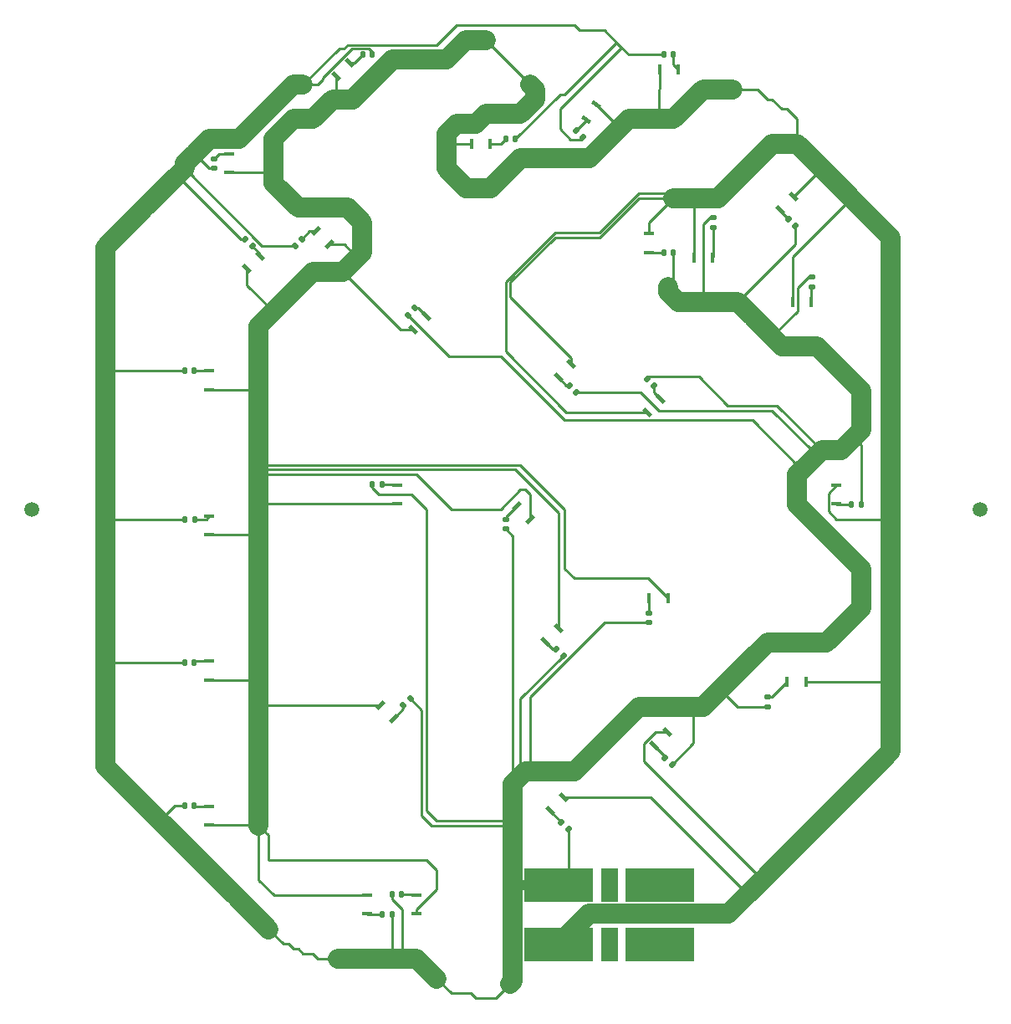
<source format=gbl>
G04 #@! TF.GenerationSoftware,KiCad,Pcbnew,7.0.9-unknown-1000.20231106gitacd7d5a.fc37*
G04 #@! TF.CreationDate,2023-11-18T18:08:37-08:00*
G04 #@! TF.ProjectId,strange-parts-sao,73747261-6e67-4652-9d70-617274732d73,rev?*
G04 #@! TF.SameCoordinates,Original*
G04 #@! TF.FileFunction,Copper,L2,Bot*
G04 #@! TF.FilePolarity,Positive*
%FSLAX46Y46*%
G04 Gerber Fmt 4.6, Leading zero omitted, Abs format (unit mm)*
G04 Created by KiCad (PCBNEW 7.0.9-unknown-1000.20231106gitacd7d5a.fc37) date 2023-11-18 18:08:37*
%MOMM*%
%LPD*%
G01*
G04 APERTURE LIST*
G04 Aperture macros list*
%AMRoundRect*
0 Rectangle with rounded corners*
0 $1 Rounding radius*
0 $2 $3 $4 $5 $6 $7 $8 $9 X,Y pos of 4 corners*
0 Add a 4 corners polygon primitive as box body*
4,1,4,$2,$3,$4,$5,$6,$7,$8,$9,$2,$3,0*
0 Add four circle primitives for the rounded corners*
1,1,$1+$1,$2,$3*
1,1,$1+$1,$4,$5*
1,1,$1+$1,$6,$7*
1,1,$1+$1,$8,$9*
0 Add four rect primitives between the rounded corners*
20,1,$1+$1,$2,$3,$4,$5,0*
20,1,$1+$1,$4,$5,$6,$7,0*
20,1,$1+$1,$6,$7,$8,$9,0*
20,1,$1+$1,$8,$9,$2,$3,0*%
%AMRotRect*
0 Rectangle, with rotation*
0 The origin of the aperture is its center*
0 $1 length*
0 $2 width*
0 $3 Rotation angle, in degrees counterclockwise*
0 Add horizontal line*
21,1,$1,$2,0,0,$3*%
G04 Aperture macros list end*
G04 #@! TA.AperFunction,SMDPad,CuDef*
%ADD10R,1.000000X0.400000*%
G04 #@! TD*
G04 #@! TA.AperFunction,SMDPad,CuDef*
%ADD11RoundRect,0.147500X0.226274X0.017678X0.017678X0.226274X-0.226274X-0.017678X-0.017678X-0.226274X0*%
G04 #@! TD*
G04 #@! TA.AperFunction,SMDPad,CuDef*
%ADD12RotRect,1.000000X0.400000X315.000000*%
G04 #@! TD*
G04 #@! TA.AperFunction,SMDPad,CuDef*
%ADD13RotRect,1.000000X0.400000X145.000000*%
G04 #@! TD*
G04 #@! TA.AperFunction,SMDPad,CuDef*
%ADD14RotRect,1.000000X0.400000X135.000000*%
G04 #@! TD*
G04 #@! TA.AperFunction,SMDPad,CuDef*
%ADD15RoundRect,0.147500X0.147500X0.172500X-0.147500X0.172500X-0.147500X-0.172500X0.147500X-0.172500X0*%
G04 #@! TD*
G04 #@! TA.AperFunction,SMDPad,CuDef*
%ADD16R,6.908800X3.454400*%
G04 #@! TD*
G04 #@! TA.AperFunction,SMDPad,CuDef*
%ADD17R,1.727200X3.454400*%
G04 #@! TD*
G04 #@! TA.AperFunction,SMDPad,CuDef*
%ADD18RoundRect,0.147500X-0.226274X-0.017678X-0.017678X-0.226274X0.226274X0.017678X0.017678X0.226274X0*%
G04 #@! TD*
G04 #@! TA.AperFunction,SMDPad,CuDef*
%ADD19RoundRect,0.147500X-0.172500X0.147500X-0.172500X-0.147500X0.172500X-0.147500X0.172500X0.147500X0*%
G04 #@! TD*
G04 #@! TA.AperFunction,SMDPad,CuDef*
%ADD20RoundRect,0.147500X-0.147500X-0.172500X0.147500X-0.172500X0.147500X0.172500X-0.147500X0.172500X0*%
G04 #@! TD*
G04 #@! TA.AperFunction,SMDPad,CuDef*
%ADD21RoundRect,0.147500X0.172500X-0.147500X0.172500X0.147500X-0.172500X0.147500X-0.172500X-0.147500X0*%
G04 #@! TD*
G04 #@! TA.AperFunction,SMDPad,CuDef*
%ADD22R,0.400000X1.000000*%
G04 #@! TD*
G04 #@! TA.AperFunction,SMDPad,CuDef*
%ADD23RotRect,1.000000X0.400000X45.000000*%
G04 #@! TD*
G04 #@! TA.AperFunction,SMDPad,CuDef*
%ADD24RoundRect,0.147500X-0.017678X0.226274X-0.226274X0.017678X0.017678X-0.226274X0.226274X-0.017678X0*%
G04 #@! TD*
G04 #@! TA.AperFunction,SMDPad,CuDef*
%ADD25RoundRect,0.147500X0.017678X-0.226274X0.226274X-0.017678X-0.017678X0.226274X-0.226274X0.017678X0*%
G04 #@! TD*
G04 #@! TA.AperFunction,SMDPad,CuDef*
%ADD26RotRect,1.000000X0.400000X225.000000*%
G04 #@! TD*
G04 #@! TA.AperFunction,ViaPad*
%ADD27C,1.500000*%
G04 #@! TD*
G04 #@! TA.AperFunction,Conductor*
%ADD28C,0.250000*%
G04 #@! TD*
G04 #@! TA.AperFunction,Conductor*
%ADD29C,2.000000*%
G04 #@! TD*
G04 #@! TA.AperFunction,Conductor*
%ADD30C,1.000000*%
G04 #@! TD*
G04 APERTURE END LIST*
D10*
G04 #@! TO.P,D10,1,K*
G04 #@! TO.N,GND*
X133500000Y-97550000D03*
G04 #@! TO.P,D10,2,A*
G04 #@! TO.N,Net-(D10-A)*
X133500000Y-99450000D03*
G04 #@! TD*
G04 #@! TO.P,D1,1,K*
G04 #@! TO.N,GND*
X91000000Y-140950000D03*
G04 #@! TO.P,D1,2,A*
G04 #@! TO.N,Net-(D1-A)*
X91000000Y-139050000D03*
G04 #@! TD*
G04 #@! TO.P,D12,1,K*
G04 #@! TO.N,GND*
X89000000Y-99450000D03*
G04 #@! TO.P,D12,2,A*
G04 #@! TO.N,Net-(D12-A)*
X89000000Y-97550000D03*
G04 #@! TD*
D11*
G04 #@! TO.P,R4,1*
G04 #@! TO.N,+3.3V*
X116842947Y-125842947D03*
G04 #@! TO.P,R4,2*
G04 #@! TO.N,Net-(D4-A)*
X116157053Y-125157053D03*
G04 #@! TD*
D12*
G04 #@! TO.P,D22,1,K*
G04 #@! TO.N,GND*
X73828249Y-75671751D03*
G04 #@! TO.P,D22,2,A*
G04 #@! TO.N,Net-(D22-A)*
X75171751Y-74328249D03*
G04 #@! TD*
D13*
G04 #@! TO.P,D17,1,K*
G04 #@! TO.N,GND*
X109216649Y-59050055D03*
G04 #@! TO.P,D17,2,A*
G04 #@! TO.N,Net-(D17-A)*
X108126853Y-60606443D03*
G04 #@! TD*
D14*
G04 #@! TO.P,D9,1,K*
G04 #@! TO.N,GND*
X105378858Y-112035356D03*
G04 #@! TO.P,D9,2,A*
G04 #@! TO.N,Net-(D9-A)*
X104035356Y-113378858D03*
G04 #@! TD*
D10*
G04 #@! TO.P,D2,1,K*
G04 #@! TO.N,GND*
X86000000Y-139050000D03*
G04 #@! TO.P,D2,2,A*
G04 #@! TO.N,Net-(D2-A)*
X86000000Y-140950000D03*
G04 #@! TD*
D15*
G04 #@! TO.P,R2,1*
G04 #@! TO.N,+3.3V*
X88485000Y-141000000D03*
G04 #@! TO.P,R2,2*
G04 #@! TO.N,Net-(D2-A)*
X87515000Y-141000000D03*
G04 #@! TD*
D11*
G04 #@! TO.P,R17,1*
G04 #@! TO.N,+3.3V*
X107842947Y-62342947D03*
G04 #@! TO.P,R17,2*
G04 #@! TO.N,Net-(D17-A)*
X107157053Y-61657053D03*
G04 #@! TD*
D10*
G04 #@! TO.P,D14,1,K*
G04 #@! TO.N,GND*
X114500000Y-72100000D03*
G04 #@! TO.P,D14,2,A*
G04 #@! TO.N,Net-(D14-A)*
X114500000Y-74000000D03*
G04 #@! TD*
D11*
G04 #@! TO.P,R13,1*
G04 #@! TO.N,+3.3V*
X129342947Y-71342947D03*
G04 #@! TO.P,R13,2*
G04 #@! TO.N,Net-(D13-A)*
X128657053Y-70657053D03*
G04 #@! TD*
D16*
G04 #@! TO.P,X1,1,VCC*
G04 #@! TO.N,+3.3V*
X105369200Y-138022800D03*
G04 #@! TO.P,X1,2,GND*
G04 #@! TO.N,GND*
X105369200Y-144017200D03*
D17*
G04 #@! TO.P,X1,3,SDA*
G04 #@! TO.N,unconnected-(X1-SDA-Pad3)*
X110500000Y-138022800D03*
G04 #@! TO.P,X1,4,SCL*
G04 #@! TO.N,unconnected-(X1-SCL-Pad4)*
X110500000Y-144017200D03*
D16*
G04 #@! TO.P,X1,5,GPIO1*
G04 #@! TO.N,unconnected-(X1-GPIO1-Pad5)*
X115630800Y-138022800D03*
G04 #@! TO.P,X1,6,GPIO2*
G04 #@! TO.N,unconnected-(X1-GPIO2-Pad6)*
X115630800Y-144017200D03*
G04 #@! TD*
D10*
G04 #@! TO.P,D18,1,K*
G04 #@! TO.N,GND*
X72000000Y-65899999D03*
G04 #@! TO.P,D18,2,A*
G04 #@! TO.N,Net-(D18-A)*
X72000000Y-63999999D03*
G04 #@! TD*
D14*
G04 #@! TO.P,D13,1,K*
G04 #@! TO.N,GND*
X129171751Y-68328249D03*
G04 #@! TO.P,D13,2,A*
G04 #@! TO.N,Net-(D13-A)*
X127828249Y-69671751D03*
G04 #@! TD*
D18*
G04 #@! TO.P,R22,1*
G04 #@! TO.N,+3.3V*
X73657053Y-72657053D03*
G04 #@! TO.P,R22,2*
G04 #@! TO.N,Net-(D22-A)*
X74342947Y-73342947D03*
G04 #@! TD*
D19*
G04 #@! TO.P,R24,1*
G04 #@! TO.N,+3.3V*
X131000000Y-76515000D03*
G04 #@! TO.P,R24,2*
G04 #@! TO.N,Net-(D24-A)*
X131000000Y-77485000D03*
G04 #@! TD*
D10*
G04 #@! TO.P,D7,1,K*
G04 #@! TO.N,GND*
X69970000Y-131950000D03*
G04 #@! TO.P,D7,2,A*
G04 #@! TO.N,Net-(D7-A)*
X69970000Y-130050000D03*
G04 #@! TD*
D19*
G04 #@! TO.P,R20,1*
G04 #@! TO.N,+3.3V*
X121000000Y-70515000D03*
G04 #@! TO.P,R20,2*
G04 #@! TO.N,Net-(D20-A)*
X121000000Y-71485000D03*
G04 #@! TD*
D20*
G04 #@! TO.P,R27,1*
G04 #@! TO.N,+3.3V*
X67515000Y-115500000D03*
G04 #@! TO.P,R27,2*
G04 #@! TO.N,Net-(D27-A)*
X68485000Y-115500000D03*
G04 #@! TD*
D14*
G04 #@! TO.P,D19,1,K*
G04 #@! TO.N,GND*
X106671751Y-85328249D03*
G04 #@! TO.P,D19,2,A*
G04 #@! TO.N,Net-(D19-A)*
X105328249Y-86671751D03*
G04 #@! TD*
D10*
G04 #@! TO.P,D27,1,K*
G04 #@! TO.N,GND*
X70000000Y-117266665D03*
G04 #@! TO.P,D27,2,A*
G04 #@! TO.N,Net-(D27-A)*
X70000000Y-115366665D03*
G04 #@! TD*
D21*
G04 #@! TO.P,R25,1*
G04 #@! TO.N,+3.3V*
X100000000Y-101985000D03*
G04 #@! TO.P,R25,2*
G04 #@! TO.N,Net-(D25-A)*
X100000000Y-101015000D03*
G04 #@! TD*
D15*
G04 #@! TO.P,R10,1*
G04 #@! TO.N,+3.3V*
X135985000Y-99500000D03*
G04 #@! TO.P,R10,2*
G04 #@! TO.N,Net-(D10-A)*
X135015000Y-99500000D03*
G04 #@! TD*
D11*
G04 #@! TO.P,R3,1*
G04 #@! TO.N,+3.3V*
X106342947Y-132342947D03*
G04 #@! TO.P,R3,2*
G04 #@! TO.N,Net-(D3-A)*
X105657053Y-131657053D03*
G04 #@! TD*
D15*
G04 #@! TO.P,R14,1*
G04 #@! TO.N,+3.3V*
X117000000Y-74000000D03*
G04 #@! TO.P,R14,2*
G04 #@! TO.N,Net-(D14-A)*
X116030000Y-74000000D03*
G04 #@! TD*
D20*
G04 #@! TO.P,R26,1*
G04 #@! TO.N,+3.3V*
X67530000Y-101000000D03*
G04 #@! TO.P,R26,2*
G04 #@! TO.N,Net-(D26-A)*
X68500000Y-101000000D03*
G04 #@! TD*
G04 #@! TO.P,R11,1*
G04 #@! TO.N,+3.3V*
X67500000Y-86000000D03*
G04 #@! TO.P,R11,2*
G04 #@! TO.N,Net-(D11-A)*
X68470000Y-86000000D03*
G04 #@! TD*
D15*
G04 #@! TO.P,R21,1*
G04 #@! TO.N,+3.3V*
X100985000Y-62500000D03*
G04 #@! TO.P,R21,2*
G04 #@! TO.N,Net-(D21-A)*
X100015000Y-62500000D03*
G04 #@! TD*
D14*
G04 #@! TO.P,D3,1,K*
G04 #@! TO.N,GND*
X105843502Y-129156498D03*
G04 #@! TO.P,D3,2,A*
G04 #@! TO.N,Net-(D3-A)*
X104500000Y-130500000D03*
G04 #@! TD*
D22*
G04 #@! TO.P,D20,1,K*
G04 #@! TO.N,GND*
X119050000Y-74500000D03*
G04 #@! TO.P,D20,2,A*
G04 #@! TO.N,Net-(D20-A)*
X120950000Y-74500000D03*
G04 #@! TD*
G04 #@! TO.P,D21,1,K*
G04 #@! TO.N,GND*
X96550000Y-63000000D03*
G04 #@! TO.P,D21,2,A*
G04 #@! TO.N,Net-(D21-A)*
X98450000Y-63000000D03*
G04 #@! TD*
D10*
G04 #@! TO.P,D11,1,K*
G04 #@! TO.N,GND*
X69985000Y-87899999D03*
G04 #@! TO.P,D11,2,A*
G04 #@! TO.N,Net-(D11-A)*
X69985000Y-85999999D03*
G04 #@! TD*
D12*
G04 #@! TO.P,D16,1,K*
G04 #@! TO.N,GND*
X90656498Y-81843502D03*
G04 #@! TO.P,D16,2,A*
G04 #@! TO.N,Net-(D16-A)*
X92000000Y-80500000D03*
G04 #@! TD*
D20*
G04 #@! TO.P,R1,1*
G04 #@! TO.N,+3.3V*
X88515000Y-139000000D03*
G04 #@! TO.P,R1,2*
G04 #@! TO.N,Net-(D1-A)*
X89485000Y-139000000D03*
G04 #@! TD*
G04 #@! TO.P,R7,1*
G04 #@! TO.N,+3.3V*
X67500000Y-130000000D03*
G04 #@! TO.P,R7,2*
G04 #@! TO.N,Net-(D7-A)*
X68470000Y-130000000D03*
G04 #@! TD*
D23*
G04 #@! TO.P,D29,1,K*
G04 #@! TO.N,GND*
X82171751Y-73171751D03*
G04 #@! TO.P,D29,2,A*
G04 #@! TO.N,Net-(D29-A)*
X80828249Y-71828249D03*
G04 #@! TD*
G04 #@! TO.P,D25,1,K*
G04 #@! TO.N,GND*
X102500000Y-101000000D03*
G04 #@! TO.P,D25,2,A*
G04 #@! TO.N,Net-(D25-A)*
X101156498Y-99656498D03*
G04 #@! TD*
D24*
G04 #@! TO.P,R6,1*
G04 #@! TO.N,+3.3V*
X90342947Y-119157053D03*
G04 #@! TO.P,R6,2*
G04 #@! TO.N,Net-(D6-A)*
X89657053Y-119842947D03*
G04 #@! TD*
D20*
G04 #@! TO.P,R15,1*
G04 #@! TO.N,+3.3V*
X116015000Y-54000000D03*
G04 #@! TO.P,R15,2*
G04 #@! TO.N,Net-(D15-A)*
X116985000Y-54000000D03*
G04 #@! TD*
D21*
G04 #@! TO.P,R18,1*
G04 #@! TO.N,+3.3V*
X70500000Y-65485000D03*
G04 #@! TO.P,R18,2*
G04 #@! TO.N,Net-(D18-A)*
X70500000Y-64515000D03*
G04 #@! TD*
D12*
G04 #@! TO.P,D23,1,K*
G04 #@! TO.N,GND*
X114328249Y-90171751D03*
G04 #@! TO.P,D23,2,A*
G04 #@! TO.N,Net-(D23-A)*
X115671751Y-88828249D03*
G04 #@! TD*
D15*
G04 #@! TO.P,R28,1*
G04 #@! TO.N,+3.3V*
X86485000Y-54000000D03*
G04 #@! TO.P,R28,2*
G04 #@! TO.N,Net-(D28-A)*
X85515000Y-54000000D03*
G04 #@! TD*
D25*
G04 #@! TO.P,R16,1*
G04 #@! TO.N,+3.3V*
X90157053Y-80342947D03*
G04 #@! TO.P,R16,2*
G04 #@! TO.N,Net-(D16-A)*
X90842947Y-79657053D03*
G04 #@! TD*
D10*
G04 #@! TO.P,D26,1,K*
G04 #@! TO.N,GND*
X70000000Y-102583332D03*
G04 #@! TO.P,D26,2,A*
G04 #@! TO.N,Net-(D26-A)*
X70000000Y-100683332D03*
G04 #@! TD*
D22*
G04 #@! TO.P,D24,1,K*
G04 #@! TO.N,GND*
X129050000Y-79000000D03*
G04 #@! TO.P,D24,2,A*
G04 #@! TO.N,Net-(D24-A)*
X130950000Y-79000000D03*
G04 #@! TD*
D21*
G04 #@! TO.P,R5,1*
G04 #@! TO.N,+3.3V*
X126500000Y-119985000D03*
G04 #@! TO.P,R5,2*
G04 #@! TO.N,Net-(D5-A)*
X126500000Y-119015000D03*
G04 #@! TD*
D12*
G04 #@! TO.P,D28,1,K*
G04 #@! TO.N,GND*
X82828249Y-56171751D03*
G04 #@! TO.P,D28,2,A*
G04 #@! TO.N,Net-(D28-A)*
X84171751Y-54828249D03*
G04 #@! TD*
D22*
G04 #@! TO.P,D15,1,K*
G04 #@! TO.N,GND*
X115600001Y-55500000D03*
G04 #@! TO.P,D15,2,A*
G04 #@! TO.N,Net-(D15-A)*
X117500001Y-55500000D03*
G04 #@! TD*
D18*
G04 #@! TO.P,R23,1*
G04 #@! TO.N,+3.3V*
X114314106Y-86814106D03*
G04 #@! TO.P,R23,2*
G04 #@! TO.N,Net-(D23-A)*
X115000000Y-87500000D03*
G04 #@! TD*
D11*
G04 #@! TO.P,R9,1*
G04 #@! TO.N,+3.3V*
X105842947Y-114842947D03*
G04 #@! TO.P,R9,2*
G04 #@! TO.N,Net-(D9-A)*
X105157053Y-114157053D03*
G04 #@! TD*
D22*
G04 #@! TO.P,D5,1,K*
G04 #@! TO.N,GND*
X130400000Y-117500000D03*
G04 #@! TO.P,D5,2,A*
G04 #@! TO.N,Net-(D5-A)*
X128500000Y-117500000D03*
G04 #@! TD*
D25*
G04 #@! TO.P,R29,1*
G04 #@! TO.N,+3.3V*
X78657053Y-73342947D03*
G04 #@! TO.P,R29,2*
G04 #@! TO.N,Net-(D29-A)*
X79342947Y-72657053D03*
G04 #@! TD*
D22*
G04 #@! TO.P,D8,1,K*
G04 #@! TO.N,GND*
X116450000Y-109000000D03*
G04 #@! TO.P,D8,2,A*
G04 #@! TO.N,Net-(D8-A)*
X114550000Y-109000000D03*
G04 #@! TD*
D21*
G04 #@! TO.P,R8,1*
G04 #@! TO.N,+3.3V*
X114500000Y-111485000D03*
G04 #@! TO.P,R8,2*
G04 #@! TO.N,Net-(D8-A)*
X114500000Y-110515000D03*
G04 #@! TD*
D11*
G04 #@! TO.P,R19,1*
G04 #@! TO.N,+3.3V*
X107185894Y-88185894D03*
G04 #@! TO.P,R19,2*
G04 #@! TO.N,Net-(D19-A)*
X106500000Y-87500000D03*
G04 #@! TD*
D14*
G04 #@! TO.P,D4,1,K*
G04 #@! TO.N,GND*
X116378858Y-122535356D03*
G04 #@! TO.P,D4,2,A*
G04 #@! TO.N,Net-(D4-A)*
X115035356Y-123878858D03*
G04 #@! TD*
D26*
G04 #@! TO.P,D6,1,K*
G04 #@! TO.N,GND*
X87328249Y-119828249D03*
G04 #@! TO.P,D6,2,A*
G04 #@! TO.N,Net-(D6-A)*
X88671751Y-121171751D03*
G04 #@! TD*
D20*
G04 #@! TO.P,R12,1*
G04 #@! TO.N,+3.3V*
X86515000Y-97500000D03*
G04 #@! TO.P,R12,2*
G04 #@! TO.N,Net-(D12-A)*
X87485000Y-97500000D03*
G04 #@! TD*
D27*
G04 #@! TO.N,*
X52000000Y-100000000D03*
X148000000Y-100000000D03*
G04 #@! TD*
D28*
G04 #@! TO.N,GND*
X125500000Y-57500000D02*
X123000000Y-57500000D01*
X91000000Y-140950000D02*
X91000000Y-140500000D01*
D29*
X75000000Y-81500000D02*
X75000000Y-88000000D01*
X117000000Y-60500000D02*
X115000000Y-60500000D01*
D28*
X129050000Y-74450000D02*
X135000000Y-68500000D01*
X106000000Y-100000000D02*
X101500000Y-95500000D01*
X129500000Y-63000000D02*
X129500000Y-60500000D01*
X76550000Y-139050000D02*
X75000000Y-137500000D01*
D29*
X103000000Y-58500000D02*
X103000000Y-57500000D01*
X127000000Y-63000000D02*
X121500000Y-68500000D01*
X85000000Y-74500000D02*
X83500000Y-76000000D01*
D28*
X101500000Y-98000000D02*
X99500000Y-100000000D01*
X109500000Y-72500000D02*
X113500000Y-68500000D01*
X89000000Y-99450000D02*
X75050000Y-99450000D01*
X114500000Y-71000000D02*
X117000000Y-68500000D01*
D29*
X77000000Y-67500000D02*
X79000000Y-69500000D01*
D28*
X114000000Y-125500000D02*
X126000000Y-137500000D01*
D29*
X135000000Y-68500000D02*
X132000000Y-65500000D01*
X94000000Y-65500000D02*
X94000000Y-63000000D01*
D28*
X70000000Y-102583332D02*
X74916668Y-102583332D01*
X114450000Y-107000000D02*
X107000000Y-107000000D01*
D29*
X97000000Y-61000000D02*
X98000000Y-60000000D01*
X122550000Y-140950000D02*
X124500000Y-139000000D01*
D28*
X106671751Y-84671751D02*
X100500000Y-78500000D01*
D29*
X76500000Y-64000000D02*
X76500000Y-65500000D01*
X139000000Y-72500000D02*
X135000000Y-68500000D01*
D28*
X115500000Y-60000000D02*
X115000000Y-60500000D01*
X93000000Y-138500000D02*
X93000000Y-136500000D01*
X132675000Y-100175000D02*
X133500000Y-101000000D01*
X106000000Y-106000000D02*
X106000000Y-100000000D01*
X75171751Y-119828249D02*
X75000000Y-120000000D01*
X100000000Y-77000000D02*
X105000000Y-72000000D01*
D29*
X139000000Y-124500000D02*
X139000000Y-117000000D01*
X120000000Y-57500000D02*
X117000000Y-60500000D01*
X115000000Y-60500000D02*
X112500000Y-60500000D01*
D28*
X87328249Y-119828249D02*
X75171751Y-119828249D01*
X105000000Y-72000000D02*
X109500000Y-72000000D01*
D29*
X101500000Y-60000000D02*
X103000000Y-58500000D01*
D28*
X70000000Y-117266665D02*
X74733335Y-117266665D01*
X115600001Y-55500000D02*
X115600001Y-57399999D01*
D29*
X108500000Y-64500000D02*
X101500000Y-64500000D01*
D28*
X126500000Y-58500000D02*
X125500000Y-57500000D01*
X105000000Y-72500000D02*
X109500000Y-72500000D01*
X106671751Y-85328249D02*
X106671751Y-84671751D01*
D29*
X124500000Y-139000000D02*
X126000000Y-137500000D01*
X82500000Y-58500000D02*
X80500000Y-60500000D01*
X103000000Y-57500000D02*
X102500000Y-57000000D01*
X75000000Y-88000000D02*
X75000000Y-96000000D01*
X82000000Y-69500000D02*
X84000000Y-69500000D01*
D28*
X91000000Y-96500000D02*
X75500000Y-96500000D01*
X75500000Y-96500000D02*
X75000000Y-96000000D01*
X74916668Y-102583332D02*
X75000000Y-102500000D01*
D29*
X139000000Y-117000000D02*
X139000000Y-101000000D01*
D28*
X105378858Y-100378858D02*
X101000000Y-96000000D01*
X102500000Y-98500000D02*
X102000000Y-98000000D01*
X114656498Y-129156498D02*
X124500000Y-139000000D01*
D29*
X84000000Y-69500000D02*
X85500000Y-71000000D01*
X96000000Y-52500000D02*
X98000000Y-52500000D01*
D28*
X89343502Y-81843502D02*
X83500000Y-76000000D01*
X128000000Y-59500000D02*
X127000000Y-58500000D01*
X133500000Y-97550000D02*
X132675000Y-98375000D01*
X105843502Y-129156498D02*
X114656498Y-129156498D01*
D29*
X94000000Y-63000000D02*
X94000000Y-62000000D01*
D28*
X119050000Y-69050000D02*
X118500000Y-68500000D01*
D29*
X75000000Y-102500000D02*
X75000000Y-117000000D01*
D28*
X129171751Y-68328249D02*
X132000000Y-65500000D01*
D29*
X75000000Y-117000000D02*
X75000000Y-120000000D01*
X108436400Y-140950000D02*
X122550000Y-140950000D01*
D28*
X107000000Y-107000000D02*
X106000000Y-106000000D01*
D29*
X75000000Y-99500000D02*
X75000000Y-102500000D01*
X80500000Y-60500000D02*
X78500000Y-60500000D01*
X95000000Y-61000000D02*
X97000000Y-61000000D01*
D28*
X114000000Y-123747486D02*
X114000000Y-125500000D01*
X76000000Y-133000000D02*
X75000000Y-132000000D01*
D29*
X94000000Y-62000000D02*
X95000000Y-61000000D01*
D28*
X92000000Y-135500000D02*
X76000000Y-135500000D01*
D29*
X91000000Y-54500000D02*
X94000000Y-54500000D01*
X118500000Y-68500000D02*
X117000000Y-68500000D01*
D28*
X73828249Y-77328249D02*
X76500000Y-80000000D01*
X116450000Y-109000000D02*
X114450000Y-107000000D01*
X101000000Y-96000000D02*
X75000000Y-96000000D01*
X76000000Y-135500000D02*
X76000000Y-133000000D01*
D29*
X91000000Y-54500000D02*
X88500000Y-54500000D01*
D28*
X115500000Y-57500000D02*
X115500000Y-60000000D01*
X138500000Y-117500000D02*
X139000000Y-117000000D01*
X102000000Y-98000000D02*
X101500000Y-98000000D01*
X114500000Y-72100000D02*
X114500000Y-71000000D01*
X74899999Y-87899999D02*
X75000000Y-88000000D01*
X113500000Y-68000000D02*
X116500000Y-68000000D01*
X133500000Y-101000000D02*
X139000000Y-101000000D01*
X76100001Y-65899999D02*
X76500000Y-65500000D01*
D29*
X84500000Y-58500000D02*
X82500000Y-58500000D01*
D28*
X116500000Y-68000000D02*
X117000000Y-68500000D01*
D29*
X76500000Y-67000000D02*
X77000000Y-67500000D01*
D28*
X69985000Y-87899999D02*
X74899999Y-87899999D01*
D29*
X105369200Y-144017200D02*
X108436400Y-140950000D01*
X85500000Y-74000000D02*
X85000000Y-74500000D01*
X85500000Y-71000000D02*
X85500000Y-74000000D01*
X111750000Y-61250000D02*
X108500000Y-64500000D01*
D28*
X73828249Y-75671751D02*
X73828249Y-77328249D01*
X128500000Y-59500000D02*
X128000000Y-59500000D01*
X82171751Y-73171751D02*
X83671751Y-73171751D01*
X119050000Y-74500000D02*
X119050000Y-69050000D01*
D29*
X76500000Y-65500000D02*
X76500000Y-67000000D01*
D28*
X69970000Y-131950000D02*
X74950000Y-131950000D01*
D29*
X83500000Y-76000000D02*
X80500000Y-76000000D01*
X76500000Y-80000000D02*
X75000000Y-81500000D01*
D28*
X130400000Y-117500000D02*
X138500000Y-117500000D01*
X109216649Y-59050055D02*
X111416594Y-61250000D01*
D29*
X129500000Y-63000000D02*
X127000000Y-63000000D01*
X95500000Y-53000000D02*
X96000000Y-52500000D01*
D28*
X90656498Y-81843502D02*
X89343502Y-81843502D01*
D29*
X132000000Y-65500000D02*
X129500000Y-63000000D01*
D28*
X102500000Y-101000000D02*
X102500000Y-98500000D01*
X99500000Y-100000000D02*
X94500000Y-100000000D01*
X129500000Y-60500000D02*
X128500000Y-59500000D01*
X109500000Y-72000000D02*
X113500000Y-68000000D01*
D29*
X76500000Y-62500000D02*
X76500000Y-64000000D01*
X121000000Y-57500000D02*
X120000000Y-57500000D01*
D28*
X83671751Y-73171751D02*
X85000000Y-74500000D01*
X106171751Y-90171751D02*
X100000000Y-84000000D01*
D29*
X79000000Y-69500000D02*
X82000000Y-69500000D01*
D28*
X93000000Y-136500000D02*
X92000000Y-135500000D01*
D29*
X98000000Y-60000000D02*
X101500000Y-60000000D01*
D28*
X96550000Y-63000000D02*
X94000000Y-63000000D01*
D29*
X94000000Y-54500000D02*
X95500000Y-53000000D01*
X78500000Y-60500000D02*
X76500000Y-62500000D01*
D28*
X115212130Y-122535356D02*
X114000000Y-123747486D01*
D29*
X101500000Y-64500000D02*
X98500000Y-67500000D01*
D28*
X113500000Y-68500000D02*
X117000000Y-68500000D01*
X111416594Y-61250000D02*
X111750000Y-61250000D01*
X86000000Y-139050000D02*
X76550000Y-139050000D01*
D29*
X75000000Y-96000000D02*
X75000000Y-99500000D01*
X98500000Y-67500000D02*
X96000000Y-67500000D01*
D28*
X91000000Y-140500000D02*
X93000000Y-138500000D01*
D29*
X75000000Y-120000000D02*
X75000000Y-132000000D01*
X112500000Y-60500000D02*
X111750000Y-61250000D01*
D28*
X115600001Y-57399999D02*
X115500000Y-57500000D01*
X114328249Y-90171751D02*
X106171751Y-90171751D01*
X116378858Y-122535356D02*
X115212130Y-122535356D01*
X82828249Y-58171751D02*
X82500000Y-58500000D01*
D29*
X121500000Y-68500000D02*
X118500000Y-68500000D01*
D28*
X75050000Y-99450000D02*
X75000000Y-99500000D01*
D29*
X126000000Y-137500000D02*
X139000000Y-124500000D01*
D28*
X100000000Y-84000000D02*
X100000000Y-77000000D01*
D29*
X80500000Y-76000000D02*
X76500000Y-80000000D01*
D28*
X132675000Y-98375000D02*
X132675000Y-100175000D01*
X101500000Y-95500000D02*
X75500000Y-95500000D01*
X74733335Y-117266665D02*
X75000000Y-117000000D01*
X100500000Y-78500000D02*
X100500000Y-77000000D01*
X98000000Y-52500000D02*
X102500000Y-57000000D01*
X127000000Y-58500000D02*
X126500000Y-58500000D01*
X72000000Y-65899999D02*
X76100001Y-65899999D01*
X74950000Y-131950000D02*
X75000000Y-132000000D01*
X75000000Y-137500000D02*
X75000000Y-132000000D01*
X100500000Y-77000000D02*
X105000000Y-72500000D01*
D29*
X139000000Y-101000000D02*
X139000000Y-72500000D01*
X88500000Y-54500000D02*
X84500000Y-58500000D01*
D28*
X82828249Y-56171751D02*
X82828249Y-58171751D01*
D29*
X96000000Y-67500000D02*
X94000000Y-65500000D01*
D28*
X105378858Y-112035356D02*
X105378858Y-100378858D01*
X94500000Y-100000000D02*
X91000000Y-96500000D01*
D29*
X123000000Y-57500000D02*
X121000000Y-57500000D01*
D28*
X75500000Y-95500000D02*
X75000000Y-96000000D01*
X129050000Y-79000000D02*
X129050000Y-74450000D01*
G04 #@! TO.N,Net-(D1-A)*
X90950000Y-139000000D02*
X91000000Y-139050000D01*
X89485000Y-139000000D02*
X90950000Y-139000000D01*
D29*
G04 #@! TO.N,+3.3V*
X120000000Y-79000000D02*
X117500000Y-79000000D01*
X102000000Y-126500000D02*
X107000000Y-126500000D01*
X120000000Y-120000000D02*
X121750000Y-118250000D01*
D28*
X110000000Y-51500000D02*
X111250000Y-52750000D01*
X114314106Y-86814106D02*
X114540380Y-86587832D01*
D29*
X67500000Y-65500000D02*
X67500000Y-65000000D01*
D28*
X81000000Y-145500000D02*
X80500000Y-145000000D01*
D30*
X105369200Y-138022800D02*
X100737600Y-138022800D01*
D28*
X100500000Y-148000000D02*
X99000000Y-149500000D01*
D29*
X100714800Y-138000000D02*
X100714800Y-147785200D01*
X129500000Y-99500000D02*
X129500000Y-96500000D01*
D28*
X91500000Y-131000000D02*
X92500000Y-132000000D01*
D29*
X93000000Y-147500000D02*
X91000000Y-145500000D01*
X70000000Y-62500000D02*
X73000000Y-62500000D01*
X59500000Y-73500000D02*
X63500000Y-69500000D01*
D28*
X119000000Y-123685894D02*
X119000000Y-120000000D01*
X77500000Y-144000000D02*
X76000000Y-142500000D01*
X92000000Y-130500000D02*
X93000000Y-131500000D01*
X129575000Y-77620001D02*
X129575000Y-79925000D01*
D29*
X132500000Y-113500000D02*
X136000000Y-110000000D01*
X59500000Y-101000000D02*
X59500000Y-86000000D01*
D28*
X107500000Y-51500000D02*
X110000000Y-51500000D01*
X105500000Y-58000000D02*
X106000000Y-58000000D01*
X119587832Y-86587832D02*
X122500000Y-89500000D01*
X107185894Y-88185894D02*
X113685894Y-88185894D01*
D29*
X78500000Y-57000000D02*
X79500000Y-57000000D01*
X136000000Y-88000000D02*
X131500000Y-83500000D01*
D28*
X79000000Y-144500000D02*
X78500000Y-144500000D01*
D29*
X105369200Y-138022800D02*
X104522800Y-138022800D01*
D28*
X129342947Y-71342947D02*
X129342947Y-73157053D01*
X84478272Y-53355000D02*
X86159999Y-53355000D01*
X78657053Y-73342947D02*
X75342947Y-73342947D01*
X70500000Y-65485000D02*
X69985000Y-65485000D01*
X117000000Y-74000000D02*
X117000000Y-77000000D01*
D29*
X128000000Y-83500000D02*
X127000000Y-82500000D01*
D28*
X88515000Y-139515000D02*
X89500000Y-140500000D01*
X100714800Y-102699800D02*
X100714800Y-127785200D01*
X99500000Y-84500000D02*
X106000000Y-91000000D01*
X135985000Y-93485000D02*
X135250000Y-92750000D01*
X75342947Y-73342947D02*
X67500000Y-65500000D01*
D29*
X131500000Y-83500000D02*
X129000000Y-83500000D01*
D28*
X83145000Y-53355000D02*
X83645000Y-53355000D01*
X88515000Y-139000000D02*
X88515000Y-139515000D01*
X67515000Y-115500000D02*
X59500000Y-115500000D01*
X93000000Y-53000000D02*
X95000000Y-51000000D01*
X81500000Y-56500000D02*
X81500000Y-56333272D01*
X86515000Y-97500000D02*
X86515000Y-97819999D01*
X107000000Y-51000000D02*
X107500000Y-51500000D01*
X78500000Y-144500000D02*
X78000000Y-144000000D01*
D29*
X125000000Y-80500000D02*
X123500000Y-79000000D01*
X136000000Y-110000000D02*
X136000000Y-106000000D01*
X129500000Y-96500000D02*
X130250000Y-95750000D01*
D28*
X79500000Y-57000000D02*
X81000000Y-57000000D01*
X90342947Y-119157053D02*
X91500000Y-120314106D01*
X129575000Y-79925000D02*
X127000000Y-82500000D01*
D29*
X123500000Y-79000000D02*
X120000000Y-79000000D01*
D28*
X100214800Y-132000000D02*
X100714800Y-131500000D01*
X106342947Y-137049053D02*
X105369200Y-138022800D01*
D29*
X88000000Y-145500000D02*
X83000000Y-145500000D01*
X135250000Y-92750000D02*
X136000000Y-92000000D01*
D28*
X129750000Y-95750000D02*
X130250000Y-95750000D01*
D29*
X59500000Y-126000000D02*
X59500000Y-115500000D01*
D28*
X81500000Y-56333272D02*
X84478272Y-53355000D01*
X105500000Y-59500000D02*
X111750000Y-53250000D01*
X100985000Y-62500000D02*
X101000000Y-62500000D01*
X67530000Y-101000000D02*
X59500000Y-101000000D01*
X102500000Y-126000000D02*
X102000000Y-126500000D01*
X87195001Y-98500000D02*
X90500000Y-98500000D01*
X102500000Y-119000000D02*
X102500000Y-126000000D01*
X83000000Y-145500000D02*
X81000000Y-145500000D01*
X81000000Y-57000000D02*
X81500000Y-56500000D01*
X116842947Y-125842947D02*
X119000000Y-123685894D01*
X100000000Y-101985000D02*
X100714800Y-102699800D01*
D29*
X59500000Y-81000000D02*
X59500000Y-73500000D01*
D28*
X89500000Y-140500000D02*
X89500000Y-145000000D01*
X111750000Y-53250000D02*
X112500000Y-54000000D01*
D29*
X113500000Y-120000000D02*
X119000000Y-120000000D01*
D28*
X135985000Y-99500000D02*
X135985000Y-93485000D01*
X115500000Y-90000000D02*
X127000000Y-90000000D01*
X125000000Y-91000000D02*
X129750000Y-95750000D01*
X90500000Y-98500000D02*
X92000000Y-100000000D01*
X80500000Y-145000000D02*
X79500000Y-145000000D01*
X112500000Y-54000000D02*
X116015000Y-54000000D01*
X120680001Y-70515000D02*
X120000000Y-71195001D01*
D29*
X136000000Y-92000000D02*
X136000000Y-88000000D01*
D28*
X97000000Y-149500000D02*
X96500000Y-149000000D01*
D29*
X59500000Y-86000000D02*
X59500000Y-81000000D01*
D28*
X78000000Y-144000000D02*
X77500000Y-144000000D01*
X83645000Y-53355000D02*
X84000000Y-53000000D01*
X73157053Y-72657053D02*
X66750000Y-66250000D01*
X106000000Y-91000000D02*
X125000000Y-91000000D01*
X92500000Y-132000000D02*
X100214800Y-132000000D01*
D29*
X73000000Y-62500000D02*
X78500000Y-57000000D01*
X126500000Y-113500000D02*
X132500000Y-113500000D01*
D28*
X86159999Y-53355000D02*
X86485000Y-53680001D01*
X129342947Y-73157053D02*
X123500000Y-79000000D01*
D29*
X134000000Y-94000000D02*
X135250000Y-92750000D01*
D28*
X79500000Y-145000000D02*
X79000000Y-144500000D01*
D29*
X63500000Y-69500000D02*
X66750000Y-66250000D01*
D28*
X91500000Y-120314106D02*
X91500000Y-131000000D01*
D29*
X125500000Y-114500000D02*
X126500000Y-113500000D01*
D28*
X130680001Y-76515000D02*
X129575000Y-77620001D01*
D29*
X100714800Y-138000000D02*
X100714800Y-131500000D01*
D28*
X96500000Y-149000000D02*
X94500000Y-149000000D01*
D29*
X59500000Y-115500000D02*
X59500000Y-101000000D01*
D28*
X117000000Y-77000000D02*
X116500000Y-77500000D01*
X90157053Y-80342947D02*
X94314106Y-84500000D01*
X66500000Y-130000000D02*
X65000000Y-131500000D01*
X86485000Y-53680001D02*
X86485000Y-54000000D01*
X121000000Y-70515000D02*
X120680001Y-70515000D01*
X114500000Y-111485000D02*
X110015000Y-111485000D01*
D29*
X100714800Y-147785200D02*
X100500000Y-148000000D01*
D28*
X101500000Y-119185894D02*
X101500000Y-126000000D01*
X127000000Y-90000000D02*
X131000000Y-94000000D01*
X73657053Y-72657053D02*
X73157053Y-72657053D01*
X120000000Y-71195001D02*
X120000000Y-79000000D01*
D29*
X67500000Y-65000000D02*
X68500000Y-64000000D01*
D28*
X131000000Y-94000000D02*
X132000000Y-94000000D01*
D29*
X132000000Y-94000000D02*
X134000000Y-94000000D01*
D28*
X126500000Y-119985000D02*
X123485000Y-119985000D01*
D29*
X129000000Y-83500000D02*
X128000000Y-83500000D01*
D28*
X114540380Y-86587832D02*
X119587832Y-86587832D01*
D29*
X130250000Y-95750000D02*
X132000000Y-94000000D01*
D28*
X101500000Y-126000000D02*
X102000000Y-126500000D01*
X84000000Y-53000000D02*
X93000000Y-53000000D01*
X101000000Y-62500000D02*
X105500000Y-58000000D01*
X86515000Y-97819999D02*
X87195001Y-98500000D01*
X89500000Y-145000000D02*
X90000000Y-145500000D01*
X106342947Y-132342947D02*
X106342947Y-137049053D01*
D29*
X90000000Y-145500000D02*
X88000000Y-145500000D01*
D28*
X95000000Y-51000000D02*
X107000000Y-51000000D01*
D29*
X107000000Y-126500000D02*
X113500000Y-120000000D01*
D28*
X79500000Y-57000000D02*
X83145000Y-53355000D01*
X106569221Y-62569221D02*
X105500000Y-61500000D01*
X93000000Y-131500000D02*
X100714800Y-131500000D01*
X111250000Y-52750000D02*
X111750000Y-53250000D01*
X105842947Y-114842947D02*
X101500000Y-119185894D01*
X88485000Y-145015000D02*
X88000000Y-145500000D01*
X67500000Y-130000000D02*
X66500000Y-130000000D01*
D29*
X76000000Y-142500000D02*
X72750000Y-139250000D01*
X72750000Y-139250000D02*
X65000000Y-131500000D01*
X66750000Y-66250000D02*
X67500000Y-65500000D01*
X65000000Y-131500000D02*
X59500000Y-126000000D01*
D28*
X110015000Y-111485000D02*
X102500000Y-119000000D01*
X127500000Y-89500000D02*
X132000000Y-94000000D01*
X107842947Y-62342947D02*
X107616673Y-62569221D01*
D29*
X136000000Y-106000000D02*
X129500000Y-99500000D01*
D28*
X69985000Y-65485000D02*
X68500000Y-64000000D01*
X105500000Y-61500000D02*
X105500000Y-59500000D01*
X94314106Y-84500000D02*
X99500000Y-84500000D01*
D29*
X121750000Y-118250000D02*
X125500000Y-114500000D01*
D28*
X67500000Y-86000000D02*
X59500000Y-86000000D01*
D30*
X100737600Y-138022800D02*
X100714800Y-138000000D01*
D28*
X131000000Y-76515000D02*
X130680001Y-76515000D01*
X99000000Y-149500000D02*
X97000000Y-149500000D01*
D29*
X127000000Y-82500000D02*
X125000000Y-80500000D01*
D28*
X113685894Y-88185894D02*
X115500000Y-90000000D01*
X107616673Y-62569221D02*
X106569221Y-62569221D01*
X94500000Y-149000000D02*
X93000000Y-147500000D01*
X92000000Y-100000000D02*
X92000000Y-130500000D01*
X106000000Y-58000000D02*
X111250000Y-52750000D01*
D29*
X68500000Y-64000000D02*
X70000000Y-62500000D01*
X117500000Y-79000000D02*
X116500000Y-78000000D01*
X116500000Y-78000000D02*
X116500000Y-77500000D01*
D28*
X123485000Y-119985000D02*
X121750000Y-118250000D01*
X88485000Y-141000000D02*
X88485000Y-145015000D01*
D29*
X100714800Y-127785200D02*
X102000000Y-126500000D01*
D28*
X122500000Y-89500000D02*
X127500000Y-89500000D01*
D29*
X91000000Y-145500000D02*
X90000000Y-145500000D01*
X119000000Y-120000000D02*
X120000000Y-120000000D01*
X100714800Y-131500000D02*
X100714800Y-127785200D01*
D28*
G04 #@! TO.N,Net-(D2-A)*
X86050000Y-141000000D02*
X86000000Y-140950000D01*
X87515000Y-141000000D02*
X86050000Y-141000000D01*
G04 #@! TO.N,Net-(D3-A)*
X104500000Y-130500000D02*
X105657053Y-131657053D01*
G04 #@! TO.N,Net-(D4-A)*
X116157053Y-125000555D02*
X115035356Y-123878858D01*
X116157053Y-125157053D02*
X116157053Y-125000555D01*
G04 #@! TO.N,Net-(D5-A)*
X126500000Y-119015000D02*
X126985000Y-119015000D01*
X126985000Y-119015000D02*
X128500000Y-117500000D01*
G04 #@! TO.N,Net-(D6-A)*
X89657053Y-120186449D02*
X89657053Y-119842947D01*
X88671751Y-121171751D02*
X89657053Y-120186449D01*
G04 #@! TO.N,Net-(D7-A)*
X69970000Y-130050000D02*
X68520000Y-130050000D01*
X68520000Y-130050000D02*
X68470000Y-130000000D01*
G04 #@! TO.N,Net-(D8-A)*
X114550000Y-110465000D02*
X114500000Y-110515000D01*
X114550000Y-109000000D02*
X114550000Y-110465000D01*
G04 #@! TO.N,Net-(D9-A)*
X105157053Y-114157053D02*
X104813551Y-114157053D01*
X104813551Y-114157053D02*
X104035356Y-113378858D01*
G04 #@! TO.N,Net-(D10-A)*
X133550000Y-99500000D02*
X133500000Y-99450000D01*
X135015000Y-99500000D02*
X133550000Y-99500000D01*
G04 #@! TO.N,Net-(D11-A)*
X68470000Y-86000000D02*
X69985000Y-85999999D01*
G04 #@! TO.N,Net-(D12-A)*
X87485000Y-97500000D02*
X88950000Y-97500000D01*
X88950000Y-97500000D02*
X89000000Y-97550000D01*
G04 #@! TO.N,Net-(D13-A)*
X127828249Y-69828249D02*
X128657053Y-70657053D01*
X127828249Y-69671751D02*
X127828249Y-69828249D01*
G04 #@! TO.N,Net-(D14-A)*
X116030000Y-74000000D02*
X114500000Y-74000000D01*
G04 #@! TO.N,Net-(D15-A)*
X116985000Y-54000000D02*
X116985000Y-54984999D01*
X116985000Y-54984999D02*
X117500001Y-55500000D01*
G04 #@! TO.N,Net-(D16-A)*
X90842947Y-79657053D02*
X91157053Y-79657053D01*
X91157053Y-79657053D02*
X92000000Y-80500000D01*
G04 #@! TO.N,Net-(D17-A)*
X108126853Y-60606443D02*
X108126853Y-60687253D01*
X108126853Y-60687253D02*
X107157053Y-61657053D01*
G04 #@! TO.N,Net-(D18-A)*
X72000000Y-63999999D02*
X71015001Y-63999999D01*
X71015001Y-63999999D02*
X70500000Y-64515000D01*
G04 #@! TO.N,Net-(D19-A)*
X106500000Y-87500000D02*
X106156498Y-87500000D01*
X106156498Y-87500000D02*
X105328249Y-86671751D01*
G04 #@! TO.N,Net-(D20-A)*
X121000000Y-71485000D02*
X121000000Y-74450000D01*
X121000000Y-74450000D02*
X120950000Y-74500000D01*
G04 #@! TO.N,Net-(D21-A)*
X98450000Y-63000000D02*
X99515000Y-63000000D01*
X99515000Y-63000000D02*
X100015000Y-62500000D01*
G04 #@! TO.N,Net-(D22-A)*
X75171751Y-74171751D02*
X74342947Y-73342947D01*
X75171751Y-74328249D02*
X75171751Y-74171751D01*
G04 #@! TO.N,Net-(D23-A)*
X115000000Y-87500000D02*
X115000000Y-88156498D01*
X115000000Y-88156498D02*
X115671751Y-88828249D01*
G04 #@! TO.N,Net-(D24-A)*
X130950000Y-77535000D02*
X131000000Y-77485000D01*
X130950000Y-79000000D02*
X130950000Y-77535000D01*
G04 #@! TO.N,Net-(D25-A)*
X100000000Y-101015000D02*
X100000000Y-100812996D01*
X100000000Y-100812996D02*
X101156498Y-99656498D01*
G04 #@! TO.N,Net-(D26-A)*
X69683332Y-101000000D02*
X70000000Y-100683332D01*
X68500000Y-101000000D02*
X69683332Y-101000000D01*
G04 #@! TO.N,Net-(D27-A)*
X70000000Y-115366665D02*
X68618335Y-115366665D01*
X68618335Y-115366665D02*
X68485000Y-115500000D01*
G04 #@! TO.N,Net-(D28-A)*
X84171751Y-54828249D02*
X84686751Y-54828249D01*
X84686751Y-54828249D02*
X85515000Y-54000000D01*
G04 #@! TO.N,Net-(D29-A)*
X80828249Y-71828249D02*
X80171751Y-71828249D01*
X80171751Y-71828249D02*
X79342947Y-72657053D01*
G04 #@! TD*
M02*

</source>
